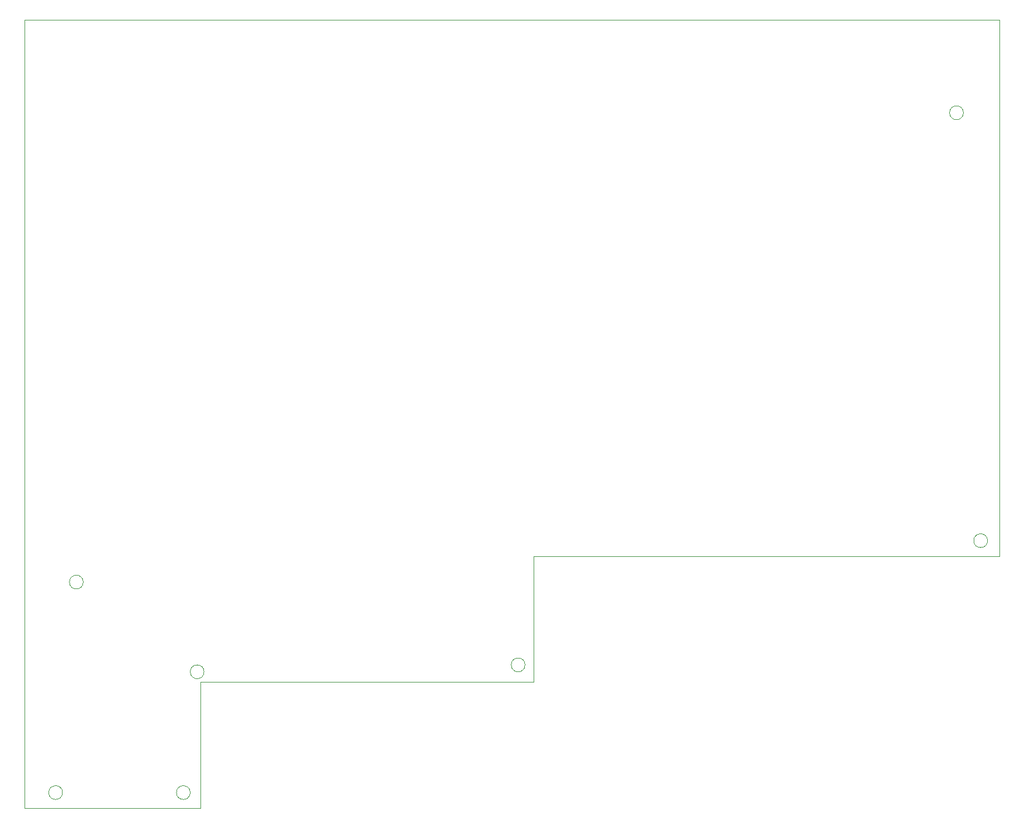
<source format=gbr>
%TF.GenerationSoftware,KiCad,Pcbnew,9.0.0*%
%TF.CreationDate,2025-03-26T22:33:01+09:00*%
%TF.ProjectId,keyboard,6b657962-6f61-4726-942e-6b696361645f,rev?*%
%TF.SameCoordinates,Original*%
%TF.FileFunction,Profile,NP*%
%FSLAX46Y46*%
G04 Gerber Fmt 4.6, Leading zero omitted, Abs format (unit mm)*
G04 Created by KiCad (PCBNEW 9.0.0) date 2025-03-26 22:33:01*
%MOMM*%
%LPD*%
G01*
G04 APERTURE LIST*
%TA.AperFunction,Profile*%
%ADD10C,0.050000*%
%TD*%
G04 APERTURE END LIST*
D10*
X146500000Y-114750000D02*
X146500000Y-133000000D01*
X214000000Y-46500000D02*
X214000000Y-37000000D01*
X96750000Y-149000000D02*
G75*
G02*
X94750000Y-149000000I-1000000J0D01*
G01*
X94750000Y-149000000D02*
G75*
G02*
X96750000Y-149000000I1000000J0D01*
G01*
X214000000Y-114750000D02*
X146500000Y-114750000D01*
X81250000Y-118500000D02*
G75*
G02*
X79250000Y-118500000I-1000000J0D01*
G01*
X79250000Y-118500000D02*
G75*
G02*
X81250000Y-118500000I1000000J0D01*
G01*
X214000000Y-37000000D02*
X72750000Y-37000000D01*
X212250000Y-112500000D02*
G75*
G02*
X210250000Y-112500000I-1000000J0D01*
G01*
X210250000Y-112500000D02*
G75*
G02*
X212250000Y-112500000I1000000J0D01*
G01*
X72750000Y-151250000D02*
X98250000Y-151250000D01*
X146500000Y-133000000D02*
X98250000Y-133000000D01*
X98250000Y-133000000D02*
X98250000Y-151250000D01*
X72750000Y-37000000D02*
X72750000Y-44750000D01*
X214000000Y-46500000D02*
X214000000Y-114750000D01*
X98750000Y-131500000D02*
G75*
G02*
X96750000Y-131500000I-1000000J0D01*
G01*
X96750000Y-131500000D02*
G75*
G02*
X98750000Y-131500000I1000000J0D01*
G01*
X208750000Y-50500000D02*
G75*
G02*
X206750000Y-50500000I-1000000J0D01*
G01*
X206750000Y-50500000D02*
G75*
G02*
X208750000Y-50500000I1000000J0D01*
G01*
X78250000Y-149000000D02*
G75*
G02*
X76250000Y-149000000I-1000000J0D01*
G01*
X76250000Y-149000000D02*
G75*
G02*
X78250000Y-149000000I1000000J0D01*
G01*
X145250000Y-130500000D02*
G75*
G02*
X143250000Y-130500000I-1000000J0D01*
G01*
X143250000Y-130500000D02*
G75*
G02*
X145250000Y-130500000I1000000J0D01*
G01*
X72750000Y-44750000D02*
X72750000Y-151250000D01*
M02*

</source>
